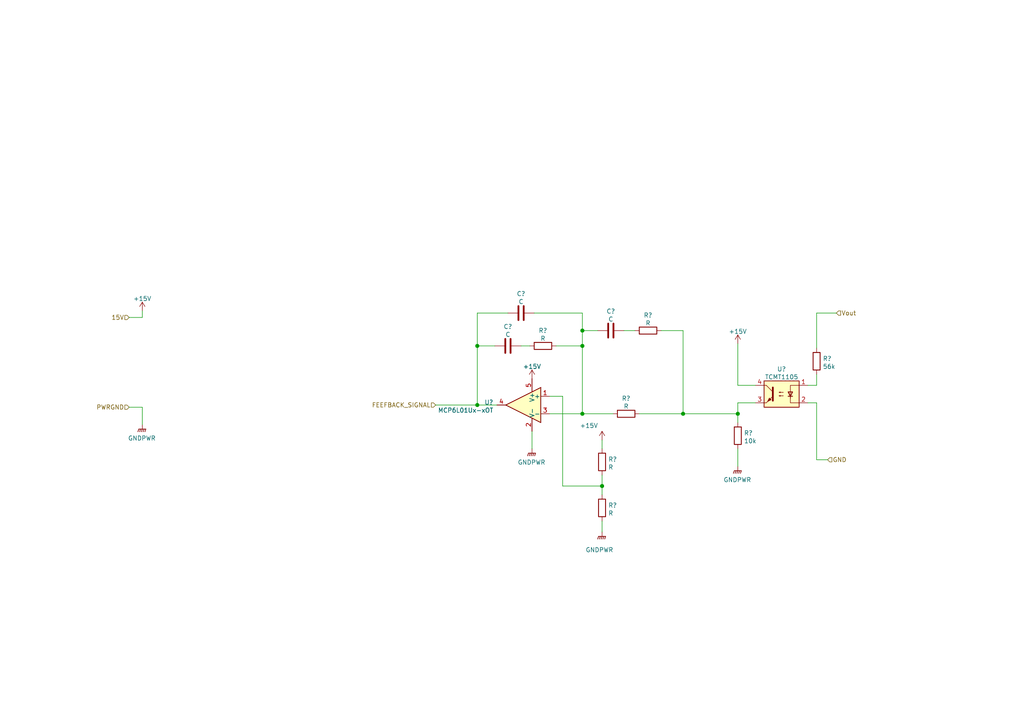
<source format=kicad_sch>
(kicad_sch (version 20210406) (generator eeschema)
  (paper "A4")
  (lib_symbols
    (symbol "Amplifier_Operational:MCP6L01Ux-xOT" (pin_names (offset 0.127))
      (property "Reference" "U" (at 0 7.62 0))
      (property "Value" "MCP6L01Ux-xOT" (at 0 5.08 0))
      (symbol "MCP6L01Ux-xOT_0_1"
        (polyline (pts (xy -5.08 5.08) (xy 5.08 0) (xy -5.08 -5.08) (xy -5.08 5.08)) (stroke (width 0.254)) (fill (type background)))
      )
      (symbol "MCP6L01Ux-xOT_1_1"
        (pin input line (at -7.62 2.54 0) (length 2.54) (name "+") (number "1"))
        (pin power_in line (at -2.54 -7.62 90) (length 3.81) (name "V-") (number "2"))
        (pin input line (at -7.62 -2.54 0) (length 2.54) (name "-") (number "3"))
        (pin output line (at 7.62 0 180) (length 2.54) (name "~") (number "4"))
        (pin power_in line (at -2.54 7.62 270) (length 3.81) (name "V+") (number "5"))
      )
    )
    (symbol "Device:C" (pin_numbers hide) (pin_names (offset 0.254))
      (property "Reference" "C" (at 0.635 2.54 0))
      (property "Value" "C" (at 0.635 -2.54 0))
      (symbol "C_0_1"
        (polyline (pts (xy -2.032 -0.762) (xy 2.032 -0.762)) (stroke (width 0.508)))
        (polyline (pts (xy -2.032 0.762) (xy 2.032 0.762)) (stroke (width 0.508)))
      )
      (symbol "C_1_1"
        (pin passive line (at 0 3.81 270) (length 2.794) (name "~") (number "1"))
        (pin passive line (at 0 -3.81 90) (length 2.794) (name "~") (number "2"))
      )
    )
    (symbol "Device:R" (pin_numbers hide) (pin_names (offset 0))
      (property "Reference" "R" (at 2.032 0 90))
      (property "Value" "R" (at 0 0 90))
      (symbol "R_0_1"
        (rectangle (start -1.016 -2.54) (end 1.016 2.54) (stroke (width 0.254)))
      )
      (symbol "R_1_1"
        (pin passive line (at 0 3.81 270) (length 1.27) (name "~") (number "1"))
        (pin passive line (at 0 -3.81 90) (length 1.27) (name "~") (number "2"))
      )
    )
    (symbol "Isolator:TCMT1105" (pin_names (offset 1.016))
      (property "Reference" "U" (at 0 5.08 0))
      (property "Value" "TCMT1105" (at 0 -5.08 0))
      (symbol "TCMT1105_1_1"
        (rectangle (start -5.08 3.81) (end 5.08 -3.81) (stroke (width 0.254)) (fill (type background)))
        (polyline (pts (xy -3.175 -0.635) (xy -1.905 -0.635)) (stroke (width 0.254)))
        (polyline (pts (xy 2.54 0.635) (xy 4.445 2.54)))
        (polyline (pts (xy 4.445 -2.54) (xy 5.08 -2.54)))
        (polyline (pts (xy 4.445 2.54) (xy 5.08 2.54)))
        (polyline (pts (xy -2.54 -0.635) (xy -2.54 -2.54) (xy -5.08 -2.54)))
        (polyline (pts (xy 2.54 1.905) (xy 2.54 -1.905) (xy 2.54 -1.905)) (stroke (width 0.508)))
        (polyline (pts (xy -5.08 2.54) (xy -2.54 2.54) (xy -2.54 -1.27) (xy -2.54 0.635)))
        (polyline (pts (xy -2.54 -0.635) (xy -3.175 0.635) (xy -1.905 0.635) (xy -2.54 -0.635)) (stroke (width 0.254)))
        (polyline (pts (xy -0.508 -0.508) (xy 0.762 -0.508) (xy 0.381 -0.635) (xy 0.381 -0.381) (xy 0.762 -0.508)))
        (polyline (pts (xy -0.508 0.508) (xy 0.762 0.508) (xy 0.381 0.381) (xy 0.381 0.635) (xy 0.762 0.508)))
        (polyline (pts (xy 4.445 -2.54) (xy 2.54 -0.635)) (fill (type outline)))
        (polyline (pts (xy 3.048 -1.651) (xy 3.556 -1.143) (xy 4.064 -2.159) (xy 3.048 -1.651) (xy 3.048 -1.651)) (fill (type outline)))
        (pin passive line (at -7.62 2.54 0) (length 2.54) (name "~") (number "1"))
        (pin passive line (at -7.62 -2.54 0) (length 2.54) (name "~") (number "2"))
        (pin passive line (at 7.62 -2.54 180) (length 2.54) (name "~") (number "3"))
        (pin passive line (at 7.62 2.54 180) (length 2.54) (name "~") (number "4"))
      )
    )
    (symbol "power:+15V" (power) (pin_names (offset 0))
      (property "Value" "+15V" (at 0 3.556 0))
      (symbol "+15V_0_1"
        (polyline (pts (xy -0.762 1.27) (xy 0 2.54)))
        (polyline (pts (xy 0 0) (xy 0 2.54)))
        (polyline (pts (xy 0 2.54) (xy 0.762 1.27)))
      )
      (symbol "+15V_1_1"
        (pin power_in line (at 0 0 90) (length 0) hide (name "+15V") (number "1"))
      )
    )
    (symbol "power:GNDPWR" (power) (pin_names (offset 0))
      (property "Value" "GNDPWR" (at 0 -3.302 0))
      (symbol "GNDPWR_0_1"
        (polyline (pts (xy 0 -1.27) (xy 0 0)))
        (polyline (pts (xy -1.016 -1.27) (xy -1.27 -2.032) (xy -1.27 -2.032)) (stroke (width 0.2032)))
        (polyline (pts (xy -0.508 -1.27) (xy -0.762 -2.032) (xy -0.762 -2.032)) (stroke (width 0.2032)))
        (polyline (pts (xy 0 -1.27) (xy -0.254 -2.032) (xy -0.254 -2.032)) (stroke (width 0.2032)))
        (polyline (pts (xy 0.508 -1.27) (xy 0.254 -2.032) (xy 0.254 -2.032)) (stroke (width 0.2032)))
        (polyline (pts (xy 1.016 -1.27) (xy -1.016 -1.27) (xy -1.016 -1.27)) (stroke (width 0.2032)))
        (polyline (pts (xy 1.016 -1.27) (xy 0.762 -2.032) (xy 0.762 -2.032) (xy 0.762 -2.032)) (stroke (width 0.2032)))
      )
      (symbol "GNDPWR_1_1"
        (pin power_in line (at 0 0 270) (length 0) hide (name "GNDPWR") (number "1"))
      )
    )
  )
  (junction (at 138.43 100.33) (diameter 1.016))
  (junction (at 138.43 117.475) (diameter 1.016))
  (junction (at 168.91 95.885) (diameter 1.016))
  (junction (at 168.91 100.33) (diameter 1.016))
  (junction (at 168.91 120.015) (diameter 1.016))
  (junction (at 174.625 140.97) (diameter 1.016))
  (junction (at 198.12 120.015) (diameter 1.016))
  (junction (at 213.995 120.015) (diameter 1.016))
  (wire (pts (xy 37.465 92.075) (xy 41.275 92.075)))
  (wire (pts (xy 41.275 90.17) (xy 41.275 92.075)))
  (wire (pts (xy 41.275 118.11) (xy 37.465 118.11)))
  (wire (pts (xy 41.275 123.19) (xy 41.275 118.11)))
  (wire (pts (xy 126.365 117.475) (xy 138.43 117.475)))
  (wire (pts (xy 138.43 90.805) (xy 147.32 90.805)))
  (wire (pts (xy 138.43 100.33) (xy 138.43 90.805)))
  (wire (pts (xy 138.43 117.475) (xy 138.43 100.33)))
  (wire (pts (xy 143.51 100.33) (xy 138.43 100.33)))
  (wire (pts (xy 144.145 117.475) (xy 138.43 117.475)))
  (wire (pts (xy 151.13 100.33) (xy 153.67 100.33)))
  (wire (pts (xy 154.305 130.175) (xy 154.305 125.095)))
  (wire (pts (xy 154.94 90.805) (xy 168.91 90.805)))
  (wire (pts (xy 159.385 114.935) (xy 163.195 114.935)))
  (wire (pts (xy 159.385 120.015) (xy 168.91 120.015)))
  (wire (pts (xy 161.29 100.33) (xy 168.91 100.33)))
  (wire (pts (xy 163.195 114.935) (xy 163.195 140.97)))
  (wire (pts (xy 163.195 140.97) (xy 174.625 140.97)))
  (wire (pts (xy 168.91 90.805) (xy 168.91 95.885)))
  (wire (pts (xy 168.91 95.885) (xy 168.91 100.33)))
  (wire (pts (xy 168.91 95.885) (xy 173.355 95.885)))
  (wire (pts (xy 168.91 100.33) (xy 168.91 120.015)))
  (wire (pts (xy 168.91 120.015) (xy 177.8 120.015)))
  (wire (pts (xy 174.625 127.635) (xy 174.625 130.175)))
  (wire (pts (xy 174.625 137.795) (xy 174.625 140.97)))
  (wire (pts (xy 174.625 140.97) (xy 174.625 143.51)))
  (wire (pts (xy 174.625 151.13) (xy 174.625 154.305)))
  (wire (pts (xy 180.975 95.885) (xy 184.15 95.885)))
  (wire (pts (xy 185.42 120.015) (xy 198.12 120.015)))
  (wire (pts (xy 191.77 95.885) (xy 198.12 95.885)))
  (wire (pts (xy 198.12 95.885) (xy 198.12 120.015)))
  (wire (pts (xy 198.12 120.015) (xy 213.995 120.015)))
  (wire (pts (xy 213.995 99.695) (xy 213.995 111.76)))
  (wire (pts (xy 213.995 116.84) (xy 213.995 120.015)))
  (wire (pts (xy 213.995 120.015) (xy 213.995 122.555)))
  (wire (pts (xy 213.995 135.255) (xy 213.995 130.175)))
  (wire (pts (xy 219.075 111.76) (xy 213.995 111.76)))
  (wire (pts (xy 219.075 116.84) (xy 213.995 116.84)))
  (wire (pts (xy 234.315 116.84) (xy 236.855 116.84)))
  (wire (pts (xy 236.855 90.805) (xy 236.855 100.965)))
  (wire (pts (xy 236.855 90.805) (xy 242.57 90.805)))
  (wire (pts (xy 236.855 108.585) (xy 236.855 111.76)))
  (wire (pts (xy 236.855 111.76) (xy 234.315 111.76)))
  (wire (pts (xy 236.855 116.84) (xy 236.855 133.35)))
  (wire (pts (xy 236.855 133.35) (xy 240.03 133.35)))
  (hierarchical_label "15V" (shape input) (at 37.465 92.075 180))
  (hierarchical_label "PWRGND" (shape input) (at 37.465 118.11 180))
  (hierarchical_label "FEEFBACK_SIGNAL" (shape input) (at 126.365 117.475 180))
  (hierarchical_label "GND" (shape input) (at 240.03 133.35 0))
  (hierarchical_label "Vout" (shape input) (at 242.57 90.805 0))
  (symbol (lib_id "power:+15V") (at 41.275 90.17 0) (unit 1)
    (property "Reference" "#PWR?" (effects hide))
    (property "Value" "+15V" (at 41.275 86.6226 0))
  )
  (symbol (lib_id "power:+15V") (at 154.305 109.855 0) (unit 1)
    (property "Reference" "#PWR?" (effects hide))
    (property "Value" "+15V" (at 154.305 106.3076 0))
  )
  (symbol (lib_id "power:+15V") (at 174.625 127.635 0) (unit 1)
    (property "Reference" "#PWR?" (effects hide))
    (property "Value" "+15V" (at 170.815 123.4526 0))
  )
  (symbol (lib_id "power:+15V") (at 213.995 99.695 0) (unit 1)
    (property "Reference" "#PWR?" (effects hide))
    (property "Value" "+15V" (at 213.995 96.1476 0))
  )
  (symbol (lib_id "power:GNDPWR") (at 41.275 123.19 0) (unit 1)
    (property "Reference" "#PWR?" (effects hide))
    (property "Value" "GNDPWR" (at 41.148 127.108 0))
  )
  (symbol (lib_id "power:GNDPWR") (at 154.305 130.175 0) (unit 1)
    (property "Reference" "#PWR?" (effects hide))
    (property "Value" "GNDPWR" (at 154.178 134.093 0))
  )
  (symbol (lib_id "power:GNDPWR") (at 174.625 154.305 0) (unit 1)
    (property "Reference" "#PWR?" (effects hide))
    (property "Value" "GNDPWR" (at 173.863 159.493 0))
  )
  (symbol (lib_id "power:GNDPWR") (at 213.995 135.255 0) (unit 1)
    (property "Reference" "#PWR?" (effects hide))
    (property "Value" "GNDPWR" (at 213.868 139.173 0))
  )
  (symbol (lib_id "Device:R") (at 157.48 100.33 90) (unit 1)
    (property "Reference" "R?" (at 157.48 95.8808 90))
    (property "Value" "R" (at 157.48 98.1795 90))
  )
  (symbol (lib_id "Device:R") (at 174.625 133.985 180) (unit 1)
    (property "Reference" "R?" (at 176.4031 133.2241 0) (effects (justify right)))
    (property "Value" "R" (at 176.4031 135.5228 0) (effects (justify right)))
  )
  (symbol (lib_id "Device:R") (at 174.625 147.32 180) (unit 1)
    (property "Reference" "R?" (at 176.4031 146.5591 0) (effects (justify right)))
    (property "Value" "R" (at 176.4031 148.8578 0) (effects (justify right)))
  )
  (symbol (lib_id "Device:R") (at 181.61 120.015 90) (unit 1)
    (property "Reference" "R?" (at 181.61 115.5658 90))
    (property "Value" "R" (at 181.61 117.8645 90))
  )
  (symbol (lib_id "Device:R") (at 187.96 95.885 90) (unit 1)
    (property "Reference" "R?" (at 187.96 91.4358 90))
    (property "Value" "R" (at 187.96 93.7345 90))
  )
  (symbol (lib_id "Device:R") (at 213.995 126.365 0) (unit 1)
    (property "Reference" "R?" (at 215.7731 125.6041 0) (effects (justify left)))
    (property "Value" "10k" (at 215.7731 127.9028 0) (effects (justify left)))
  )
  (symbol (lib_id "Device:R") (at 236.855 104.775 0) (unit 1)
    (property "Reference" "R?" (at 238.6331 104.0141 0) (effects (justify left)))
    (property "Value" "56k" (at 238.6331 106.3128 0) (effects (justify left)))
  )
  (symbol (lib_id "Device:C") (at 147.32 100.33 90) (unit 1)
    (property "Reference" "C?" (at 147.32 94.7378 90))
    (property "Value" "C" (at 147.32 97.0365 90))
  )
  (symbol (lib_id "Device:C") (at 151.13 90.805 90) (unit 1)
    (property "Reference" "C?" (at 151.13 85.2128 90))
    (property "Value" "C" (at 151.13 87.5115 90))
  )
  (symbol (lib_id "Device:C") (at 177.165 95.885 90) (unit 1)
    (property "Reference" "C?" (at 177.165 90.2928 90))
    (property "Value" "C" (at 177.165 92.5915 90))
  )
  (symbol (lib_id "Isolator:TCMT1105") (at 226.695 114.3 0) (mirror y) (unit 1)
    (property "Reference" "U?" (at 226.695 107.0568 0))
    (property "Value" "TCMT1105" (at 226.695 109.3555 0))
    (property "Footprint" "Package_SO:SOP-4_4.4x2.6mm_P1.27mm" (effects hide))
    (property "Datasheet" "http://www.vishay.com/docs/83510/tcmt1100.pdf" (effects hide))
  )
  (symbol (lib_id "Amplifier_Operational:MCP6L01Ux-xOT") (at 151.765 117.475 0) (mirror y) (unit 1)
    (property "Reference" "U?" (at 143.1289 116.7141 0) (effects (justify left)))
    (property "Value" "MCP6L01Ux-xOT" (at 143.1289 119.0128 0) (effects (justify left)))
    (property "Footprint" "Package_TO_SOT_SMD:SOT-23-5" (effects hide))
    (property "Datasheet" "http://ww1.microchip.com/downloads/en/devicedoc/22140b.pdf" (effects hide))
  )
)
</source>
